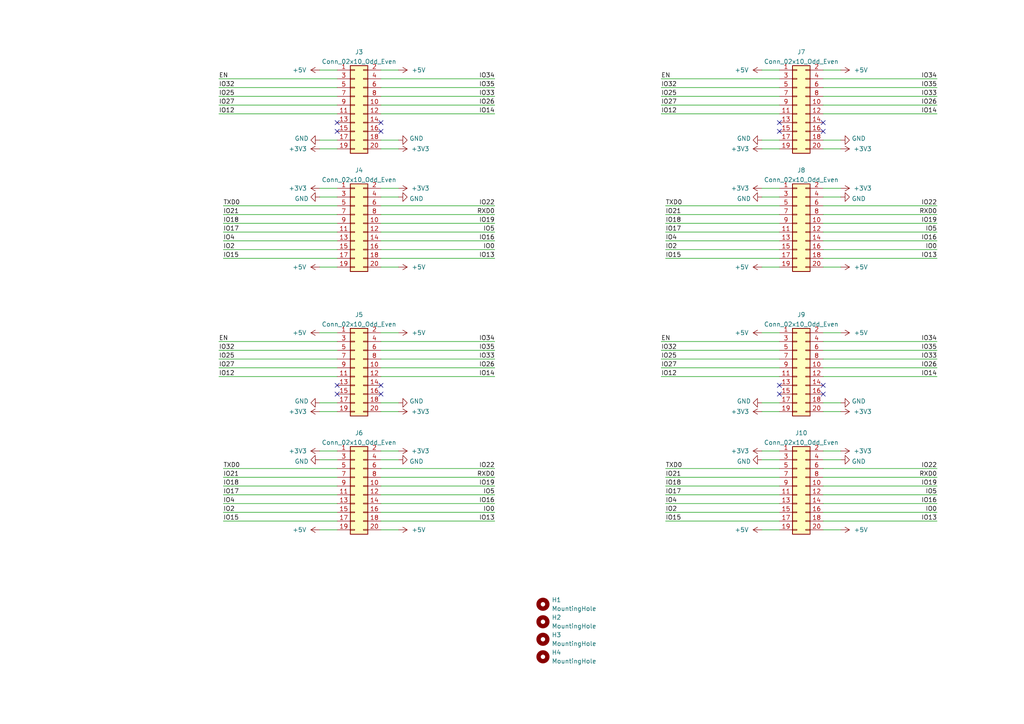
<source format=kicad_sch>
(kicad_sch (version 20211123) (generator eeschema)
  (paper "A4")
  (lib_symbols
    (symbol "Connector_Generic:Conn_02x10_Odd_Even" (pin_names (offset 1.016) hide)
      (property "Reference" "J" (at 1.27 12.7 0))
      (property "Value" "Conn_02x10_Odd_Even" (at 1.27 -15.24 0))
      (symbol "Conn_02x10_Odd_Even_1_1"
        (rectangle (start -1.27 -12.573) (end 0 -12.827) (stroke (width 0.1524)))
        (rectangle (start -1.27 -10.033) (end 0 -10.287) (stroke (width 0.1524)))
        (rectangle (start -1.27 -7.493) (end 0 -7.747) (stroke (width 0.1524)))
        (rectangle (start -1.27 -4.953) (end 0 -5.207) (stroke (width 0.1524)))
        (rectangle (start -1.27 -2.413) (end 0 -2.667) (stroke (width 0.1524)))
        (rectangle (start -1.27 0.127) (end 0 -0.127) (stroke (width 0.1524)))
        (rectangle (start -1.27 2.667) (end 0 2.413) (stroke (width 0.1524)))
        (rectangle (start -1.27 5.207) (end 0 4.953) (stroke (width 0.1524)))
        (rectangle (start -1.27 7.747) (end 0 7.493) (stroke (width 0.1524)))
        (rectangle (start -1.27 10.287) (end 0 10.033) (stroke (width 0.1524)))
        (rectangle (start -1.27 11.43) (end 3.81 -13.97) (stroke (width 0.254)) (fill (type background)))
        (rectangle (start 3.81 -12.573) (end 2.54 -12.827) (stroke (width 0.1524)))
        (rectangle (start 3.81 -10.033) (end 2.54 -10.287) (stroke (width 0.1524)))
        (rectangle (start 3.81 -7.493) (end 2.54 -7.747) (stroke (width 0.1524)))
        (rectangle (start 3.81 -4.953) (end 2.54 -5.207) (stroke (width 0.1524)))
        (rectangle (start 3.81 -2.413) (end 2.54 -2.667) (stroke (width 0.1524)))
        (rectangle (start 3.81 0.127) (end 2.54 -0.127) (stroke (width 0.1524)))
        (rectangle (start 3.81 2.667) (end 2.54 2.413) (stroke (width 0.1524)))
        (rectangle (start 3.81 5.207) (end 2.54 4.953) (stroke (width 0.1524)))
        (rectangle (start 3.81 7.747) (end 2.54 7.493) (stroke (width 0.1524)))
        (rectangle (start 3.81 10.287) (end 2.54 10.033) (stroke (width 0.1524)))
        (pin passive line (at -5.08 10.16 0) (length 3.81) (name "Pin_1") (number "1"))
        (pin passive line (at 7.62 0 180) (length 3.81) (name "Pin_10") (number "10"))
        (pin passive line (at -5.08 -2.54 0) (length 3.81) (name "Pin_11") (number "11"))
        (pin passive line (at 7.62 -2.54 180) (length 3.81) (name "Pin_12") (number "12"))
        (pin passive line (at -5.08 -5.08 0) (length 3.81) (name "Pin_13") (number "13"))
        (pin passive line (at 7.62 -5.08 180) (length 3.81) (name "Pin_14") (number "14"))
        (pin passive line (at -5.08 -7.62 0) (length 3.81) (name "Pin_15") (number "15"))
        (pin passive line (at 7.62 -7.62 180) (length 3.81) (name "Pin_16") (number "16"))
        (pin passive line (at -5.08 -10.16 0) (length 3.81) (name "Pin_17") (number "17"))
        (pin passive line (at 7.62 -10.16 180) (length 3.81) (name "Pin_18") (number "18"))
        (pin passive line (at -5.08 -12.7 0) (length 3.81) (name "Pin_19") (number "19"))
        (pin passive line (at 7.62 10.16 180) (length 3.81) (name "Pin_2") (number "2"))
        (pin passive line (at 7.62 -12.7 180) (length 3.81) (name "Pin_20") (number "20"))
        (pin passive line (at -5.08 7.62 0) (length 3.81) (name "Pin_3") (number "3"))
        (pin passive line (at 7.62 7.62 180) (length 3.81) (name "Pin_4") (number "4"))
        (pin passive line (at -5.08 5.08 0) (length 3.81) (name "Pin_5") (number "5"))
        (pin passive line (at 7.62 5.08 180) (length 3.81) (name "Pin_6") (number "6"))
        (pin passive line (at -5.08 2.54 0) (length 3.81) (name "Pin_7") (number "7"))
        (pin passive line (at 7.62 2.54 180) (length 3.81) (name "Pin_8") (number "8"))
        (pin passive line (at -5.08 0 0) (length 3.81) (name "Pin_9") (number "9"))
      )
    )
    (symbol "Mechanical:MountingHole" (pin_names (offset 1.016))
      (property "Reference" "H" (at 0 5.08 0))
      (property "Value" "MountingHole" (at 0 3.175 0))
      (symbol "MountingHole_0_1"
        (circle (center 0 0) (radius 1.27) (stroke (width 1.27)))
      )
    )
    (symbol "power:+3.3V" (power) (pin_names (offset 0))
      (property "Value" "+3.3V" (at 0 3.556 0))
      (symbol "+3.3V_0_1"
        (polyline (pts (xy -0.762 1.27) (xy 0 2.54)))
        (polyline (pts (xy 0 0) (xy 0 2.54)))
        (polyline (pts (xy 0 2.54) (xy 0.762 1.27)))
      )
      (symbol "+3.3V_1_1"
        (pin power_in line (at 0 0 90) (length 0) hide (name "+3V3") (number "1"))
      )
    )
    (symbol "power:+5V" (power) (pin_names (offset 0))
      (property "Value" "+5V" (at 0 3.556 0))
      (symbol "+5V_0_1"
        (polyline (pts (xy -0.762 1.27) (xy 0 2.54)))
        (polyline (pts (xy 0 0) (xy 0 2.54)))
        (polyline (pts (xy 0 2.54) (xy 0.762 1.27)))
      )
      (symbol "+5V_1_1"
        (pin power_in line (at 0 0 90) (length 0) hide (name "+5V") (number "1"))
      )
    )
    (symbol "power:GND" (power) (pin_names (offset 0))
      (property "Value" "GND" (at 0 -3.81 0))
      (symbol "GND_0_1"
        (polyline (pts (xy 0 0) (xy 0 -1.27) (xy 1.27 -1.27) (xy 0 -2.54) (xy -1.27 -1.27) (xy 0 -1.27)))
      )
      (symbol "GND_1_1"
        (pin power_in line (at 0 0 270) (length 0) hide (name "GND") (number "1"))
      )
    )
  )
  (no_connect (at 110.49 111.76))
  (no_connect (at 110.49 35.56))
  (no_connect (at 110.49 114.3))
  (no_connect (at 97.79 111.76))
  (no_connect (at 97.79 35.56))
  (no_connect (at 97.79 38.1))
  (no_connect (at 226.06 38.1))
  (no_connect (at 238.76 111.76))
  (no_connect (at 238.76 38.1))
  (no_connect (at 226.06 111.76))
  (no_connect (at 97.79 114.3))
  (no_connect (at 238.76 35.56))
  (no_connect (at 110.49 38.1))
  (no_connect (at 226.06 114.3))
  (no_connect (at 238.76 114.3))
  (no_connect (at 226.06 35.56))
  (wire (pts (xy 110.49 69.85) (xy 143.51 69.85)))
  (wire (pts (xy 110.49 151.13) (xy 143.51 151.13)))
  (wire (pts (xy 191.77 109.22) (xy 226.06 109.22)))
  (wire (pts (xy 110.49 106.68) (xy 143.51 106.68)))
  (wire (pts (xy 63.5 25.4) (xy 97.79 25.4)))
  (wire (pts (xy 92.71 20.32) (xy 97.79 20.32)))
  (wire (pts (xy 220.98 119.38) (xy 226.06 119.38)))
  (wire (pts (xy 115.57 57.15) (xy 110.49 57.15)))
  (wire (pts (xy 220.98 57.15) (xy 226.06 57.15)))
  (wire (pts (xy 193.04 151.13) (xy 226.06 151.13)))
  (wire (pts (xy 110.49 99.06) (xy 143.51 99.06)))
  (wire (pts (xy 193.04 140.97) (xy 226.06 140.97)))
  (wire (pts (xy 238.76 69.85) (xy 271.78 69.85)))
  (wire (pts (xy 243.84 57.15) (xy 238.76 57.15)))
  (wire (pts (xy 243.84 119.38) (xy 238.76 119.38)))
  (wire (pts (xy 191.77 22.86) (xy 226.06 22.86)))
  (wire (pts (xy 110.49 64.77) (xy 143.51 64.77)))
  (wire (pts (xy 64.77 64.77) (xy 97.79 64.77)))
  (wire (pts (xy 238.76 109.22) (xy 271.78 109.22)))
  (wire (pts (xy 191.77 33.02) (xy 226.06 33.02)))
  (wire (pts (xy 238.76 72.39) (xy 271.78 72.39)))
  (wire (pts (xy 220.98 133.35) (xy 226.06 133.35)))
  (wire (pts (xy 63.5 104.14) (xy 97.79 104.14)))
  (wire (pts (xy 110.49 27.94) (xy 143.51 27.94)))
  (wire (pts (xy 191.77 30.48) (xy 226.06 30.48)))
  (wire (pts (xy 238.76 146.05) (xy 271.78 146.05)))
  (wire (pts (xy 193.04 59.69) (xy 226.06 59.69)))
  (wire (pts (xy 238.76 25.4) (xy 271.78 25.4)))
  (wire (pts (xy 110.49 30.48) (xy 143.51 30.48)))
  (wire (pts (xy 193.04 148.59) (xy 226.06 148.59)))
  (wire (pts (xy 193.04 135.89) (xy 226.06 135.89)))
  (wire (pts (xy 63.5 109.22) (xy 97.79 109.22)))
  (wire (pts (xy 238.76 104.14) (xy 271.78 104.14)))
  (wire (pts (xy 220.98 20.32) (xy 226.06 20.32)))
  (wire (pts (xy 92.71 96.52) (xy 97.79 96.52)))
  (wire (pts (xy 64.77 151.13) (xy 97.79 151.13)))
  (wire (pts (xy 238.76 140.97) (xy 271.78 140.97)))
  (wire (pts (xy 63.5 101.6) (xy 97.79 101.6)))
  (wire (pts (xy 115.57 77.47) (xy 110.49 77.47)))
  (wire (pts (xy 92.71 54.61) (xy 97.79 54.61)))
  (wire (pts (xy 220.98 43.18) (xy 226.06 43.18)))
  (wire (pts (xy 64.77 146.05) (xy 97.79 146.05)))
  (wire (pts (xy 110.49 148.59) (xy 143.51 148.59)))
  (wire (pts (xy 110.49 104.14) (xy 143.51 104.14)))
  (wire (pts (xy 243.84 43.18) (xy 238.76 43.18)))
  (wire (pts (xy 243.84 20.32) (xy 238.76 20.32)))
  (wire (pts (xy 220.98 116.84) (xy 226.06 116.84)))
  (wire (pts (xy 238.76 30.48) (xy 271.78 30.48)))
  (wire (pts (xy 63.5 99.06) (xy 97.79 99.06)))
  (wire (pts (xy 92.71 130.81) (xy 97.79 130.81)))
  (wire (pts (xy 238.76 148.59) (xy 271.78 148.59)))
  (wire (pts (xy 63.5 106.68) (xy 97.79 106.68)))
  (wire (pts (xy 238.76 22.86) (xy 271.78 22.86)))
  (wire (pts (xy 243.84 130.81) (xy 238.76 130.81)))
  (wire (pts (xy 220.98 130.81) (xy 226.06 130.81)))
  (wire (pts (xy 238.76 62.23) (xy 271.78 62.23)))
  (wire (pts (xy 243.84 153.67) (xy 238.76 153.67)))
  (wire (pts (xy 115.57 119.38) (xy 110.49 119.38)))
  (wire (pts (xy 193.04 64.77) (xy 226.06 64.77)))
  (wire (pts (xy 193.04 69.85) (xy 226.06 69.85)))
  (wire (pts (xy 92.71 119.38) (xy 97.79 119.38)))
  (wire (pts (xy 238.76 151.13) (xy 271.78 151.13)))
  (wire (pts (xy 64.77 148.59) (xy 97.79 148.59)))
  (wire (pts (xy 110.49 72.39) (xy 143.51 72.39)))
  (wire (pts (xy 193.04 72.39) (xy 226.06 72.39)))
  (wire (pts (xy 64.77 143.51) (xy 97.79 143.51)))
  (wire (pts (xy 193.04 62.23) (xy 226.06 62.23)))
  (wire (pts (xy 64.77 69.85) (xy 97.79 69.85)))
  (wire (pts (xy 115.57 20.32) (xy 110.49 20.32)))
  (wire (pts (xy 92.71 57.15) (xy 97.79 57.15)))
  (wire (pts (xy 110.49 143.51) (xy 143.51 143.51)))
  (wire (pts (xy 191.77 101.6) (xy 226.06 101.6)))
  (wire (pts (xy 110.49 74.93) (xy 143.51 74.93)))
  (wire (pts (xy 64.77 74.93) (xy 97.79 74.93)))
  (wire (pts (xy 115.57 130.81) (xy 110.49 130.81)))
  (wire (pts (xy 193.04 146.05) (xy 226.06 146.05)))
  (wire (pts (xy 238.76 106.68) (xy 271.78 106.68)))
  (wire (pts (xy 115.57 40.64) (xy 110.49 40.64)))
  (wire (pts (xy 238.76 74.93) (xy 271.78 74.93)))
  (wire (pts (xy 220.98 54.61) (xy 226.06 54.61)))
  (wire (pts (xy 63.5 30.48) (xy 97.79 30.48)))
  (wire (pts (xy 110.49 109.22) (xy 143.51 109.22)))
  (wire (pts (xy 115.57 116.84) (xy 110.49 116.84)))
  (wire (pts (xy 243.84 96.52) (xy 238.76 96.52)))
  (wire (pts (xy 63.5 33.02) (xy 97.79 33.02)))
  (wire (pts (xy 110.49 101.6) (xy 143.51 101.6)))
  (wire (pts (xy 92.71 40.64) (xy 97.79 40.64)))
  (wire (pts (xy 92.71 77.47) (xy 97.79 77.47)))
  (wire (pts (xy 64.77 140.97) (xy 97.79 140.97)))
  (wire (pts (xy 110.49 62.23) (xy 143.51 62.23)))
  (wire (pts (xy 238.76 33.02) (xy 271.78 33.02)))
  (wire (pts (xy 92.71 116.84) (xy 97.79 116.84)))
  (wire (pts (xy 110.49 25.4) (xy 143.51 25.4)))
  (wire (pts (xy 243.84 116.84) (xy 238.76 116.84)))
  (wire (pts (xy 64.77 67.31) (xy 97.79 67.31)))
  (wire (pts (xy 110.49 138.43) (xy 143.51 138.43)))
  (wire (pts (xy 110.49 135.89) (xy 143.51 135.89)))
  (wire (pts (xy 238.76 143.51) (xy 271.78 143.51)))
  (wire (pts (xy 64.77 62.23) (xy 97.79 62.23)))
  (wire (pts (xy 63.5 22.86) (xy 97.79 22.86)))
  (wire (pts (xy 92.71 153.67) (xy 97.79 153.67)))
  (wire (pts (xy 238.76 99.06) (xy 271.78 99.06)))
  (wire (pts (xy 238.76 27.94) (xy 271.78 27.94)))
  (wire (pts (xy 191.77 27.94) (xy 226.06 27.94)))
  (wire (pts (xy 238.76 64.77) (xy 271.78 64.77)))
  (wire (pts (xy 115.57 96.52) (xy 110.49 96.52)))
  (wire (pts (xy 243.84 40.64) (xy 238.76 40.64)))
  (wire (pts (xy 238.76 138.43) (xy 271.78 138.43)))
  (wire (pts (xy 243.84 133.35) (xy 238.76 133.35)))
  (wire (pts (xy 92.71 133.35) (xy 97.79 133.35)))
  (wire (pts (xy 110.49 59.69) (xy 143.51 59.69)))
  (wire (pts (xy 193.04 138.43) (xy 226.06 138.43)))
  (wire (pts (xy 110.49 22.86) (xy 143.51 22.86)))
  (wire (pts (xy 115.57 54.61) (xy 110.49 54.61)))
  (wire (pts (xy 220.98 153.67) (xy 226.06 153.67)))
  (wire (pts (xy 110.49 33.02) (xy 143.51 33.02)))
  (wire (pts (xy 64.77 138.43) (xy 97.79 138.43)))
  (wire (pts (xy 64.77 59.69) (xy 97.79 59.69)))
  (wire (pts (xy 238.76 59.69) (xy 271.78 59.69)))
  (wire (pts (xy 92.71 43.18) (xy 97.79 43.18)))
  (wire (pts (xy 110.49 140.97) (xy 143.51 140.97)))
  (wire (pts (xy 220.98 96.52) (xy 226.06 96.52)))
  (wire (pts (xy 220.98 40.64) (xy 226.06 40.64)))
  (wire (pts (xy 243.84 54.61) (xy 238.76 54.61)))
  (wire (pts (xy 191.77 104.14) (xy 226.06 104.14)))
  (wire (pts (xy 193.04 67.31) (xy 226.06 67.31)))
  (wire (pts (xy 193.04 143.51) (xy 226.06 143.51)))
  (wire (pts (xy 110.49 146.05) (xy 143.51 146.05)))
  (wire (pts (xy 115.57 153.67) (xy 110.49 153.67)))
  (wire (pts (xy 238.76 101.6) (xy 271.78 101.6)))
  (wire (pts (xy 193.04 74.93) (xy 226.06 74.93)))
  (wire (pts (xy 191.77 106.68) (xy 226.06 106.68)))
  (wire (pts (xy 243.84 77.47) (xy 238.76 77.47)))
  (wire (pts (xy 220.98 77.47) (xy 226.06 77.47)))
  (wire (pts (xy 110.49 67.31) (xy 143.51 67.31)))
  (wire (pts (xy 191.77 25.4) (xy 226.06 25.4)))
  (wire (pts (xy 115.57 43.18) (xy 110.49 43.18)))
  (wire (pts (xy 115.57 133.35) (xy 110.49 133.35)))
  (wire (pts (xy 64.77 72.39) (xy 97.79 72.39)))
  (wire (pts (xy 64.77 135.89) (xy 97.79 135.89)))
  (wire (pts (xy 238.76 135.89) (xy 271.78 135.89)))
  (wire (pts (xy 191.77 99.06) (xy 226.06 99.06)))
  (wire (pts (xy 238.76 67.31) (xy 271.78 67.31)))
  (wire (pts (xy 63.5 27.94) (xy 97.79 27.94)))
  (label "EN" (at 191.77 22.86 0))
  (label "IO4" (at 64.77 69.85 0))
  (label "IO35" (at 271.78 25.4 180))
  (label "IO26" (at 271.78 106.68 180))
  (label "TXD0" (at 193.04 59.69 0))
  (label "IO32" (at 63.5 25.4 0))
  (label "IO27" (at 191.77 106.68 0))
  (label "IO17" (at 64.77 143.51 0))
  (label "IO13" (at 271.78 151.13 180))
  (label "IO32" (at 191.77 25.4 0))
  (label "IO35" (at 143.51 25.4 180))
  (label "IO18" (at 193.04 140.97 0))
  (label "IO5" (at 271.78 143.51 180))
  (label "IO0" (at 143.51 148.59 180))
  (label "IO33" (at 143.51 27.94 180))
  (label "IO21" (at 64.77 138.43 0))
  (label "IO15" (at 64.77 151.13 0))
  (label "IO17" (at 193.04 67.31 0))
  (label "IO19" (at 271.78 140.97 180))
  (label "RXD0" (at 271.78 62.23 180))
  (label "IO21" (at 193.04 62.23 0))
  (label "EN" (at 191.77 99.06 0))
  (label "IO5" (at 143.51 67.31 180))
  (label "IO34" (at 271.78 99.06 180))
  (label "IO12" (at 63.5 33.02 0))
  (label "RXD0" (at 143.51 62.23 180))
  (label "EN" (at 63.5 22.86 0))
  (label "RXD0" (at 271.78 138.43 180))
  (label "IO26" (at 143.51 30.48 180))
  (label "IO17" (at 193.04 143.51 0))
  (label "IO16" (at 271.78 146.05 180))
  (label "IO35" (at 143.51 101.6 180))
  (label "IO2" (at 193.04 148.59 0))
  (label "IO18" (at 64.77 140.97 0))
  (label "IO19" (at 271.78 64.77 180))
  (label "IO16" (at 143.51 69.85 180))
  (label "IO26" (at 271.78 30.48 180))
  (label "IO32" (at 63.5 101.6 0))
  (label "IO4" (at 193.04 146.05 0))
  (label "IO2" (at 193.04 72.39 0))
  (label "IO35" (at 271.78 101.6 180))
  (label "IO12" (at 191.77 109.22 0))
  (label "TXD0" (at 64.77 59.69 0))
  (label "EN" (at 63.5 99.06 0))
  (label "IO4" (at 64.77 146.05 0))
  (label "IO16" (at 271.78 69.85 180))
  (label "IO2" (at 64.77 148.59 0))
  (label "IO26" (at 143.51 106.68 180))
  (label "IO2" (at 64.77 72.39 0))
  (label "IO0" (at 271.78 72.39 180))
  (label "IO32" (at 191.77 101.6 0))
  (label "IO12" (at 63.5 109.22 0))
  (label "IO21" (at 193.04 138.43 0))
  (label "TXD0" (at 193.04 135.89 0))
  (label "IO0" (at 271.78 148.59 180))
  (label "TXD0" (at 64.77 135.89 0))
  (label "IO33" (at 271.78 27.94 180))
  (label "IO25" (at 63.5 27.94 0))
  (label "IO15" (at 193.04 74.93 0))
  (label "IO22" (at 271.78 135.89 180))
  (label "IO5" (at 271.78 67.31 180))
  (label "IO27" (at 191.77 30.48 0))
  (label "IO22" (at 143.51 135.89 180))
  (label "IO14" (at 271.78 109.22 180))
  (label "IO17" (at 64.77 67.31 0))
  (label "IO4" (at 193.04 69.85 0))
  (label "IO27" (at 63.5 30.48 0))
  (label "IO19" (at 143.51 140.97 180))
  (label "IO5" (at 143.51 143.51 180))
  (label "IO12" (at 191.77 33.02 0))
  (label "IO34" (at 143.51 99.06 180))
  (label "IO19" (at 143.51 64.77 180))
  (label "IO22" (at 271.78 59.69 180))
  (label "IO18" (at 193.04 64.77 0))
  (label "IO33" (at 271.78 104.14 180))
  (label "IO21" (at 64.77 62.23 0))
  (label "IO34" (at 271.78 22.86 180))
  (label "IO33" (at 143.51 104.14 180))
  (label "IO13" (at 271.78 74.93 180))
  (label "IO13" (at 143.51 74.93 180))
  (label "IO25" (at 191.77 104.14 0))
  (label "IO0" (at 143.51 72.39 180))
  (label "IO15" (at 193.04 151.13 0))
  (label "IO14" (at 271.78 33.02 180))
  (label "IO14" (at 143.51 33.02 180))
  (label "IO13" (at 143.51 151.13 180))
  (label "IO25" (at 63.5 104.14 0))
  (label "IO34" (at 143.51 22.86 180))
  (label "IO14" (at 143.51 109.22 180))
  (label "IO16" (at 143.51 146.05 180))
  (label "IO15" (at 64.77 74.93 0))
  (label "IO25" (at 191.77 27.94 0))
  (label "IO27" (at 63.5 106.68 0))
  (label "RXD0" (at 143.51 138.43 180))
  (label "IO22" (at 143.51 59.69 180))
  (label "IO18" (at 64.77 64.77 0))
  (symbol (lib_id "power:+3.3V") (at 243.84 119.38 270) (unit 1)
    (property "Reference" "#PWR0135" (effects hide))
    (property "Value" "+3.3V" (at 250.19 119.38 90))
  )
  (symbol (lib_id "power:+3.3V") (at 115.57 130.81 270) (mirror x) (unit 1)
    (property "Reference" "#PWR0157" (effects hide))
    (property "Value" "+3.3V" (at 121.92 130.81 90))
  )
  (symbol (lib_id "power:+3.3V") (at 243.84 130.81 270) (mirror x) (unit 1)
    (property "Reference" "#PWR0138" (effects hide))
    (property "Value" "+3.3V" (at 250.19 130.81 90))
  )
  (symbol (lib_id "Connector_Generic:Conn_02x10_Odd_Even") (at 231.14 30.48 0) (unit 1)
    (property "Reference" "J7" (at 232.41 15.0835 0))
    (property "Value" "Conn_02x10_Odd_Even" (at 232.41 17.8586 0))
    (property "Footprint" "Connector_PinHeader_2.54mm:PinHeader_2x10_P2.54mm_Vertical" (effects hide))
  )
  (symbol (lib_id "Connector_Generic:Conn_02x10_Odd_Even") (at 102.87 64.77 0) (unit 1)
    (property "Reference" "J4" (at 104.14 49.3735 0))
    (property "Value" "Conn_02x10_Odd_Even" (at 104.14 52.1486 0))
    (property "Footprint" "Connector_PinHeader_2.54mm:PinHeader_2x10_P2.54mm_Vertical" (effects hide))
  )
  (symbol (lib_id "power:GND") (at 115.57 57.15 90) (mirror x) (unit 1)
    (property "Reference" "#PWR0119" (effects hide))
    (property "Value" "GND" (at 118.7449 57.629 90) (effects (justify right)))
  )
  (symbol (lib_id "power:+5V") (at 115.57 77.47 270) (mirror x) (unit 1)
    (property "Reference" "#PWR0118" (effects hide))
    (property "Value" "+5V" (at 119.38 77.47 90) (effects (justify left)))
  )
  (symbol (lib_id "power:+3.3V") (at 220.98 54.61 90) (unit 1)
    (property "Reference" "#PWR0126" (effects hide))
    (property "Value" "+3.3V" (at 214.63 54.61 90))
  )
  (symbol (lib_id "power:+5V") (at 115.57 20.32 270) (unit 1)
    (property "Reference" "#PWR0113" (effects hide))
    (property "Value" "+5V" (at 119.38 20.32 90) (effects (justify left)))
  )
  (symbol (lib_id "power:+5V") (at 92.71 96.52 90) (mirror x) (unit 1)
    (property "Reference" "#PWR0153" (effects hide))
    (property "Value" "+5V" (at 88.9 96.52 90) (effects (justify left)))
  )
  (symbol (lib_id "power:GND") (at 243.84 116.84 90) (unit 1)
    (property "Reference" "#PWR0136" (effects hide))
    (property "Value" "GND" (at 247.0149 116.361 90) (effects (justify right)))
  )
  (symbol (lib_id "power:GND") (at 220.98 40.64 270) (mirror x) (unit 1)
    (property "Reference" "#PWR0131" (effects hide))
    (property "Value" "GND" (at 217.8051 40.161 90) (effects (justify right)))
  )
  (symbol (lib_id "Connector_Generic:Conn_02x10_Odd_Even") (at 231.14 140.97 0) (unit 1)
    (property "Reference" "J10" (at 232.41 125.5735 0))
    (property "Value" "Conn_02x10_Odd_Even" (at 232.41 128.3486 0))
    (property "Footprint" "Connector_PinHeader_2.54mm:PinHeader_2x10_P2.54mm_Vertical" (effects hide))
  )
  (symbol (lib_id "power:GND") (at 243.84 133.35 90) (mirror x) (unit 1)
    (property "Reference" "#PWR0134" (effects hide))
    (property "Value" "GND" (at 247.0149 133.829 90) (effects (justify right)))
  )
  (symbol (lib_id "power:+3.3V") (at 92.71 43.18 90) (mirror x) (unit 1)
    (property "Reference" "#PWR0114" (effects hide))
    (property "Value" "+3.3V" (at 86.36 43.18 90))
  )
  (symbol (lib_id "power:+3.3V") (at 92.71 54.61 90) (unit 1)
    (property "Reference" "#PWR0145" (effects hide))
    (property "Value" "+3.3V" (at 86.36 54.61 90))
  )
  (symbol (lib_id "Mechanical:MountingHole") (at 157.48 180.34 0) (unit 1)
    (property "Reference" "H2" (at 160.02 179.0699 0) (effects (justify left)))
    (property "Value" "MountingHole" (at 160.02 181.6099 0) (effects (justify left)))
    (property "Footprint" "MountingHole:MountingHole_3.2mm_M3_Pad_Via" (effects hide))
  )
  (symbol (lib_id "power:GND") (at 115.57 116.84 90) (unit 1)
    (property "Reference" "#PWR0156" (effects hide))
    (property "Value" "GND" (at 118.7449 116.361 90) (effects (justify right)))
  )
  (symbol (lib_id "power:GND") (at 92.71 116.84 270) (mirror x) (unit 1)
    (property "Reference" "#PWR0152" (effects hide))
    (property "Value" "GND" (at 89.5351 116.361 90) (effects (justify right)))
  )
  (symbol (lib_id "power:+3.3V") (at 243.84 54.61 270) (mirror x) (unit 1)
    (property "Reference" "#PWR0122" (effects hide))
    (property "Value" "+3.3V" (at 250.19 54.61 90))
  )
  (symbol (lib_id "power:+3.3V") (at 92.71 119.38 90) (mirror x) (unit 1)
    (property "Reference" "#PWR0151" (effects hide))
    (property "Value" "+3.3V" (at 86.36 119.38 90))
  )
  (symbol (lib_id "Mechanical:MountingHole") (at 157.48 185.42 0) (unit 1)
    (property "Reference" "H3" (at 160.02 184.1499 0) (effects (justify left)))
    (property "Value" "MountingHole" (at 160.02 186.6899 0) (effects (justify left)))
    (property "Footprint" "MountingHole:MountingHole_3.2mm_M3_Pad_Via" (effects hide))
  )
  (symbol (lib_id "power:+5V") (at 92.71 20.32 90) (mirror x) (unit 1)
    (property "Reference" "#PWR0146" (effects hide))
    (property "Value" "+5V" (at 88.9 20.32 90) (effects (justify left)))
  )
  (symbol (lib_id "Connector_Generic:Conn_02x10_Odd_Even") (at 102.87 106.68 0) (unit 1)
    (property "Reference" "J5" (at 104.14 91.2835 0))
    (property "Value" "Conn_02x10_Odd_Even" (at 104.14 94.0586 0))
    (property "Footprint" "Connector_PinHeader_2.54mm:PinHeader_2x10_P2.54mm_Vertical" (effects hide))
  )
  (symbol (lib_id "power:GND") (at 92.71 57.15 270) (unit 1)
    (property "Reference" "#PWR0116" (effects hide))
    (property "Value" "GND" (at 89.5351 57.629 90) (effects (justify right)))
  )
  (symbol (lib_id "power:+5V") (at 115.57 96.52 270) (unit 1)
    (property "Reference" "#PWR0159" (effects hide))
    (property "Value" "+5V" (at 119.38 96.52 90) (effects (justify left)))
  )
  (symbol (lib_id "power:+5V") (at 220.98 20.32 90) (mirror x) (unit 1)
    (property "Reference" "#PWR0133" (effects hide))
    (property "Value" "+5V" (at 217.17 20.32 90) (effects (justify left)))
  )
  (symbol (lib_id "power:+3.3V") (at 115.57 54.61 270) (mirror x) (unit 1)
    (property "Reference" "#PWR0120" (effects hide))
    (property "Value" "+3.3V" (at 121.92 54.61 90))
  )
  (symbol (lib_id "Connector_Generic:Conn_02x10_Odd_Even") (at 102.87 140.97 0) (unit 1)
    (property "Reference" "J6" (at 104.14 125.5735 0))
    (property "Value" "Conn_02x10_Odd_Even" (at 104.14 128.3486 0))
    (property "Footprint" "Connector_PinHeader_2.54mm:PinHeader_2x10_P2.54mm_Vertical" (effects hide))
  )
  (symbol (lib_id "power:+5V") (at 220.98 153.67 90) (unit 1)
    (property "Reference" "#PWR0142" (effects hide))
    (property "Value" "+5V" (at 217.17 153.67 90) (effects (justify left)))
  )
  (symbol (lib_id "power:GND") (at 115.57 133.35 90) (mirror x) (unit 1)
    (property "Reference" "#PWR0158" (effects hide))
    (property "Value" "GND" (at 118.7449 133.829 90) (effects (justify right)))
  )
  (symbol (lib_id "power:+5V") (at 243.84 77.47 270) (mirror x) (unit 1)
    (property "Reference" "#PWR0124" (effects hide))
    (property "Value" "+5V" (at 247.65 77.47 90) (effects (justify left)))
  )
  (symbol (lib_id "power:+5V") (at 220.98 77.47 90) (unit 1)
    (property "Reference" "#PWR0127" (effects hide))
    (property "Value" "+5V" (at 217.17 77.47 90) (effects (justify left)))
  )
  (symbol (lib_id "Mechanical:MountingHole") (at 157.48 175.26 0) (unit 1)
    (property "Reference" "H1" (at 160.02 173.9899 0) (effects (justify left)))
    (property "Value" "MountingHole" (at 160.02 176.5299 0) (effects (justify left)))
    (property "Footprint" "MountingHole:MountingHole_3.2mm_M3_Pad_Via" (effects hide))
  )
  (symbol (lib_id "power:+3.3V") (at 115.57 119.38 270) (unit 1)
    (property "Reference" "#PWR0160" (effects hide))
    (property "Value" "+3.3V" (at 121.92 119.38 90))
  )
  (symbol (lib_id "power:+5V") (at 243.84 153.67 270) (mirror x) (unit 1)
    (property "Reference" "#PWR0137" (effects hide))
    (property "Value" "+5V" (at 247.65 153.67 90) (effects (justify left)))
  )
  (symbol (lib_id "power:GND") (at 220.98 57.15 270) (unit 1)
    (property "Reference" "#PWR0125" (effects hide))
    (property "Value" "GND" (at 217.8051 57.629 90) (effects (justify right)))
  )
  (symbol (lib_id "power:+5V") (at 92.71 153.67 90) (unit 1)
    (property "Reference" "#PWR0150" (effects hide))
    (property "Value" "+5V" (at 88.9 153.67 90) (effects (justify left)))
  )
  (symbol (lib_id "Connector_Generic:Conn_02x10_Odd_Even") (at 231.14 106.68 0) (unit 1)
    (property "Reference" "J9" (at 232.41 91.2835 0))
    (property "Value" "Conn_02x10_Odd_Even" (at 232.41 94.0586 0))
    (property "Footprint" "Connector_PinHeader_2.54mm:PinHeader_2x10_P2.54mm_Vertical" (effects hide))
  )
  (symbol (lib_id "power:GND") (at 115.57 40.64 90) (unit 1)
    (property "Reference" "#PWR0154" (effects hide))
    (property "Value" "GND" (at 118.7449 40.161 90) (effects (justify right)))
  )
  (symbol (lib_id "power:+3.3V") (at 243.84 43.18 270) (unit 1)
    (property "Reference" "#PWR0128" (effects hide))
    (property "Value" "+3.3V" (at 250.19 43.18 90))
  )
  (symbol (lib_id "power:+3.3V") (at 220.98 43.18 90) (mirror x) (unit 1)
    (property "Reference" "#PWR0130" (effects hide))
    (property "Value" "+3.3V" (at 214.63 43.18 90))
  )
  (symbol (lib_id "power:+3.3V") (at 92.71 130.81 90) (unit 1)
    (property "Reference" "#PWR0149" (effects hide))
    (property "Value" "+3.3V" (at 86.36 130.81 90))
  )
  (symbol (lib_id "power:+5V") (at 243.84 20.32 270) (unit 1)
    (property "Reference" "#PWR0132" (effects hide))
    (property "Value" "+5V" (at 247.65 20.32 90) (effects (justify left)))
  )
  (symbol (lib_id "power:+5V") (at 243.84 96.52 270) (unit 1)
    (property "Reference" "#PWR0121" (effects hide))
    (property "Value" "+5V" (at 247.65 96.52 90) (effects (justify left)))
  )
  (symbol (lib_id "Connector_Generic:Conn_02x10_Odd_Even") (at 231.14 64.77 0) (unit 1)
    (property "Reference" "J8" (at 232.41 49.3735 0))
    (property "Value" "Conn_02x10_Odd_Even" (at 232.41 52.1486 0))
    (property "Footprint" "Connector_PinHeader_2.54mm:PinHeader_2x10_P2.54mm_Vertical" (effects hide))
  )
  (symbol (lib_id "power:+3.3V") (at 220.98 119.38 90) (mirror x) (unit 1)
    (property "Reference" "#PWR0141" (effects hide))
    (property "Value" "+3.3V" (at 214.63 119.38 90))
  )
  (symbol (lib_id "power:+3.3V") (at 115.57 43.18 270) (unit 1)
    (property "Reference" "#PWR0155" (effects hide))
    (property "Value" "+3.3V" (at 121.92 43.18 90))
  )
  (symbol (lib_id "power:GND") (at 220.98 116.84 270) (mirror x) (unit 1)
    (property "Reference" "#PWR0139" (effects hide))
    (property "Value" "GND" (at 217.8051 116.361 90) (effects (justify right)))
  )
  (symbol (lib_id "Connector_Generic:Conn_02x10_Odd_Even") (at 102.87 30.48 0) (unit 1)
    (property "Reference" "J3" (at 104.14 15.0835 0))
    (property "Value" "Conn_02x10_Odd_Even" (at 104.14 17.8586 0))
    (property "Footprint" "Connector_PinHeader_2.54mm:PinHeader_2x10_P2.54mm_Vertical" (effects hide))
  )
  (symbol (lib_id "power:GND") (at 243.84 57.15 90) (mirror x) (unit 1)
    (property "Reference" "#PWR0123" (effects hide))
    (property "Value" "GND" (at 247.0149 57.629 90) (effects (justify right)))
  )
  (symbol (lib_id "power:+5V") (at 115.57 153.67 270) (mirror x) (unit 1)
    (property "Reference" "#PWR0147" (effects hide))
    (property "Value" "+5V" (at 119.38 153.67 90) (effects (justify left)))
  )
  (symbol (lib_id "power:GND") (at 243.84 40.64 90) (unit 1)
    (property "Reference" "#PWR0129" (effects hide))
    (property "Value" "GND" (at 247.0149 40.161 90) (effects (justify right)))
  )
  (symbol (lib_id "power:GND") (at 220.98 133.35 270) (unit 1)
    (property "Reference" "#PWR0144" (effects hide))
    (property "Value" "GND" (at 217.8051 133.829 90) (effects (justify right)))
  )
  (symbol (lib_id "power:+5V") (at 220.98 96.52 90) (mirror x) (unit 1)
    (property "Reference" "#PWR0140" (effects hide))
    (property "Value" "+5V" (at 217.17 96.52 90) (effects (justify left)))
  )
  (symbol (lib_id "Mechanical:MountingHole") (at 157.48 190.5 0) (unit 1)
    (property "Reference" "H4" (at 160.02 189.2299 0) (effects (justify left)))
    (property "Value" "MountingHole" (at 160.02 191.7699 0) (effects (justify left)))
    (property "Footprint" "MountingHole:MountingHole_3.2mm_M3_Pad_Via" (effects hide))
  )
  (symbol (lib_id "power:+3.3V") (at 220.98 130.81 90) (unit 1)
    (property "Reference" "#PWR0143" (effects hide))
    (property "Value" "+3.3V" (at 214.63 130.81 90))
  )
  (symbol (lib_id "power:GND") (at 92.71 40.64 270) (mirror x) (unit 1)
    (property "Reference" "#PWR0115" (effects hide))
    (property "Value" "GND" (at 89.5351 40.161 90) (effects (justify right)))
  )
  (symbol (lib_id "power:GND") (at 92.71 133.35 270) (unit 1)
    (property "Reference" "#PWR0148" (effects hide))
    (property "Value" "GND" (at 89.5351 133.829 90) (effects (justify right)))
  )
  (symbol (lib_id "power:+5V") (at 92.71 77.47 90) (unit 1)
    (property "Reference" "#PWR0117" (effects hide))
    (property "Value" "+5V" (at 88.9 77.47 90) (effects (justify left)))
  )
)
</source>
